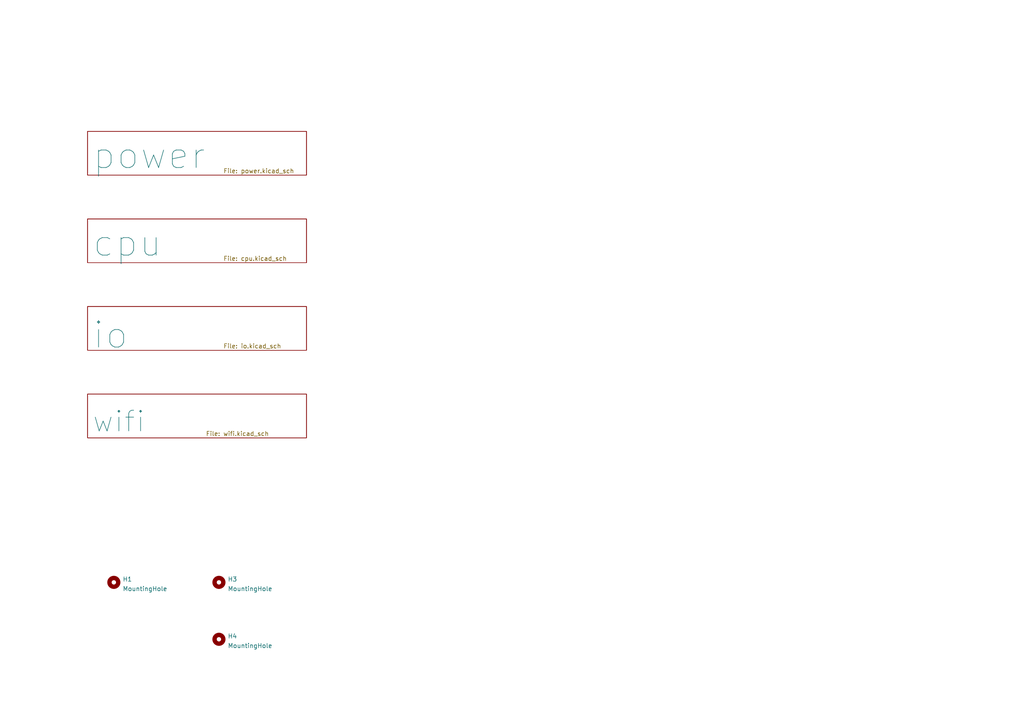
<source format=kicad_sch>
(kicad_sch (version 20211123) (generator eeschema)
  (paper "A4")
  (lib_symbols
    (symbol "Mechanical:MountingHole" (pin_names (offset 1.016))
      (property "Reference" "H" (at 0 5.08 0))
      (property "Value" "MountingHole" (at 0 3.175 0))
      (symbol "MountingHole_0_1"
        (circle (center 0 0) (radius 1.27) (stroke (width 1.27)))
      )
    )
  )
  (symbol (lib_id "Mechanical:MountingHole") (at 63.5 185.42 0) (unit 1)
    (property "Reference" "H4" (at 66.0401 184.5115 0) (effects (justify left)))
    (property "Value" "MountingHole" (at 66.0401 187.2866 0) (effects (justify left)))
    (property "Footprint" "MountingHole:MountingHole_2.7mm_M2.5" (effects hide))
  )
  (symbol (lib_id "Mechanical:MountingHole") (at 63.5 168.91 0) (unit 1)
    (property "Reference" "H3" (at 66.0401 168.0015 0) (effects (justify left)))
    (property "Value" "MountingHole" (at 66.0401 170.7766 0) (effects (justify left)))
    (property "Footprint" "MountingHole:MountingHole_2.7mm_M2.5" (effects hide))
  )
  (symbol (lib_id "Mechanical:MountingHole") (at 33.02 168.91 0) (unit 1)
    (property "Reference" "H1" (at 35.5601 168.0015 0) (effects (justify left)))
    (property "Value" "MountingHole" (at 35.5601 170.7766 0) (effects (justify left)))
    (property "Footprint" "MountingHole:MountingHole_2.7mm_M2.5" (effects hide))
  )
  (sheet (at 25.4 63.5) (size 63.5 12.7) (stroke (width 0.1524))
    (property "Sheet name" "cpu" (at 26.67 74.93 0) (effects (font (size 7.62 7.62)) (justify left bottom)))
    (property "Sheet file" "cpu.kicad_sch" (at 64.77 74.2446 0) (effects (justify left top)))
  )
  (sheet (at 25.4 114.3) (size 63.5 12.7) (stroke (width 0.1524))
    (property "Sheet name" "wifi" (at 26.67 125.73 0) (effects (font (size 6 6)) (justify left bottom)))
    (property "Sheet file" "wifi.kicad_sch" (at 59.69 125.0446 0) (effects (justify left top)))
  )
  (sheet (at 25.4 38.1) (size 63.5 12.7) (stroke (width 0.1524))
    (property "Sheet name" "power" (at 26.67 49.53 0) (effects (font (size 7.62 7.62)) (justify left bottom)))
    (property "Sheet file" "power.kicad_sch" (at 64.77 48.8446 0) (effects (justify left top)))
  )
  (sheet (at 25.4 88.9) (size 63.5 12.7) (stroke (width 0.1524))
    (property "Sheet name" "io" (at 26.67 101.6 0) (effects (font (size 7.62 7.62)) (justify left bottom)))
    (property "Sheet file" "io.kicad_sch" (at 64.77 99.6446 0) (effects (justify left top)))
  )
)
</source>
